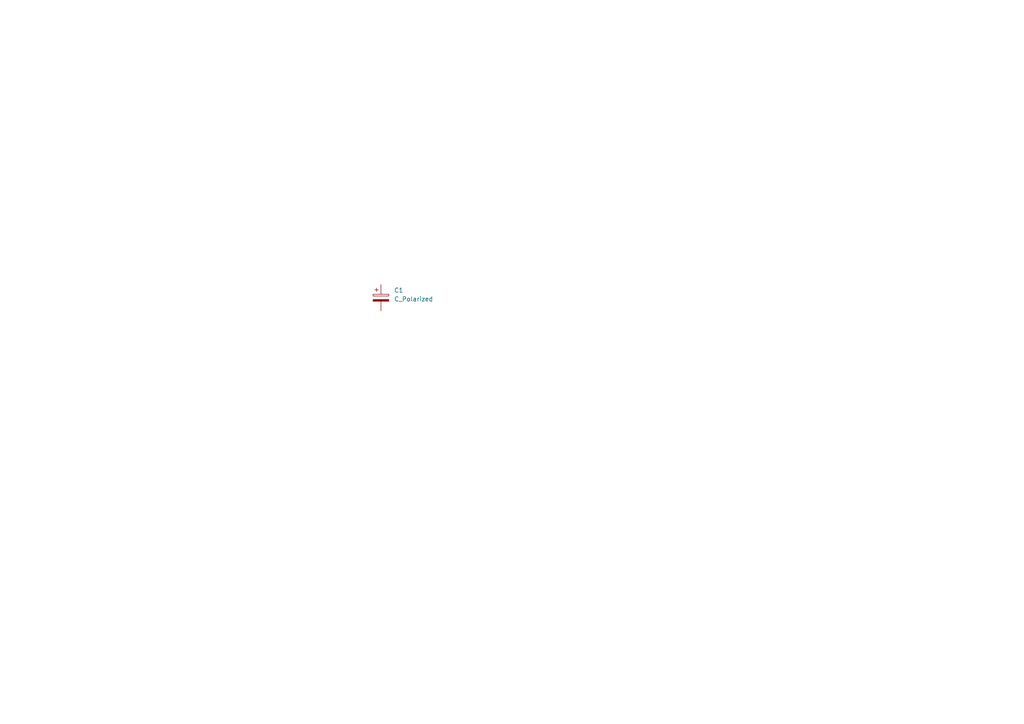
<source format=kicad_sch>
(kicad_sch (version 20250114) (generator "eeschema") (generator_version "9.0")
  (paper "A4")
  (lib_symbols
    (symbol "Device:C_Polarized" (pin_numbers (hide yes)) (pin_names (offset 0.254))
      (property "Reference" "C" (at 0.635 2.54 0))
      (property "Value" "C_Polarized" (at 0.635 -2.54 0))
      (symbol "C_Polarized_0_1"
        (rectangle (start -2.286 0.508) (end 2.286 1.016))
        (polyline (pts (xy -1.778 2.286) (xy -0.762 2.286)))
        (polyline (pts (xy -1.27 2.794) (xy -1.27 1.778)))
        (rectangle (start 2.286 -0.508) (end -2.286 -1.016) (fill (type outline)))
      )
      (symbol "C_Polarized_1_1"
        (pin passive line (at 0 3.81 270) (length 2.794) (name "~") (number "1"))
        (pin passive line (at 0 -3.81 90) (length 2.794) (name "~") (number "2"))
      )
    )
  )
  (symbol (lib_id "Device:C_Polarized") (at 110.49 86.36 0) (unit 1)
    (property "Reference" "C1" (at 114.3 84.2009 0) (effects (justify left)))
    (property "Value" "C_Polarized" (at 114.3 86.7409 0) (effects (justify left)))
    (property "Footprint" "Capacitor_THT:CP_Radial_D22.0mm_P10.00mm_SnapIn" (effects (hide yes)))
    (property "Description" "Polarized capacitor" (effects (hide yes)))
  )
)
</source>
